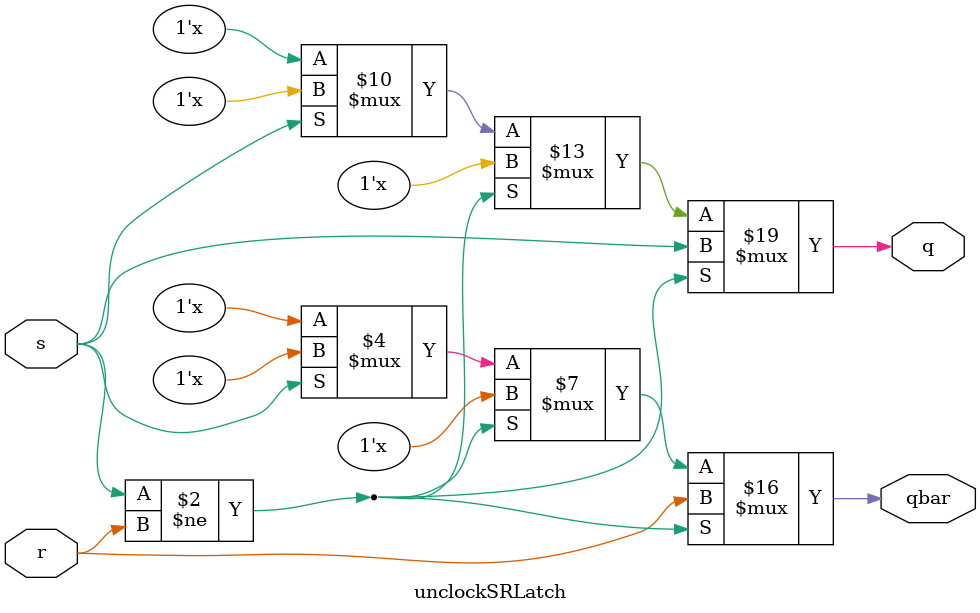
<source format=v>
module unclockSRLatch(input s,r,output reg q,qbar);
always@(*)
begin
if(s!=r)
begin
q=s;qbar=r;
end
else if(s)
begin
q=1'bz;qbar=1'bz;
end
end
endmodule

</source>
